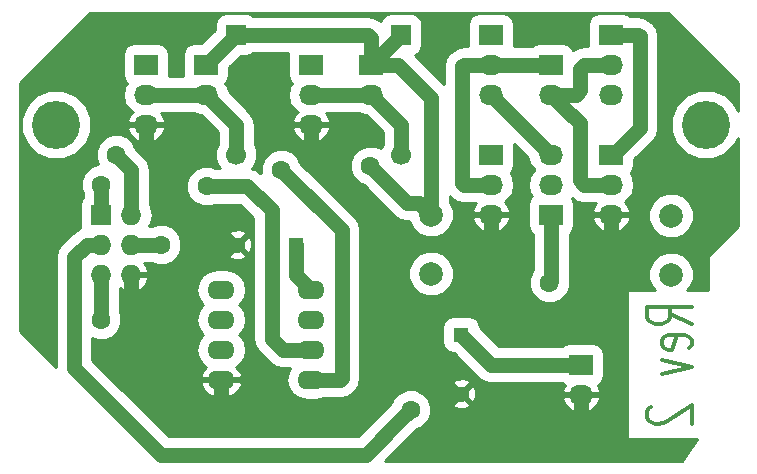
<source format=gbr>
G04 #@! TF.FileFunction,Copper,L2,Bot,Signal*
%FSLAX46Y46*%
G04 Gerber Fmt 4.6, Leading zero omitted, Abs format (unit mm)*
G04 Created by KiCad (PCBNEW (2015-12-07 BZR 6352)-product) date Sun 21 Feb 2016 10:09:47 AM EST*
%MOMM*%
G01*
G04 APERTURE LIST*
%ADD10C,0.100000*%
%ADD11C,0.300000*%
%ADD12R,2.032000X1.720000*%
%ADD13O,2.032000X1.720000*%
%ADD14R,1.727200X1.727200*%
%ADD15O,1.727200X1.727200*%
%ADD16C,1.699260*%
%ADD17R,1.699260X1.699260*%
%ADD18O,2.300000X1.600000*%
%ADD19R,2.032000X1.727200*%
%ADD20O,2.032000X1.727200*%
%ADD21C,4.064000*%
%ADD22R,1.300000X1.300000*%
%ADD23C,1.300000*%
%ADD24C,1.998980*%
%ADD25C,1.600000*%
%ADD26C,1.270000*%
%ADD27C,0.254000*%
G04 APERTURE END LIST*
D10*
D11*
X57603571Y12337143D02*
X55789286Y13183809D01*
X57603571Y13788571D02*
X53793571Y13788571D01*
X53793571Y12820952D01*
X53975000Y12579047D01*
X54156429Y12458095D01*
X54519286Y12337143D01*
X55063571Y12337143D01*
X55426429Y12458095D01*
X55607857Y12579047D01*
X55789286Y12820952D01*
X55789286Y13788571D01*
X57422143Y10280952D02*
X57603571Y10522857D01*
X57603571Y11006666D01*
X57422143Y11248571D01*
X57059286Y11369523D01*
X55607857Y11369523D01*
X55245000Y11248571D01*
X55063571Y11006666D01*
X55063571Y10522857D01*
X55245000Y10280952D01*
X55607857Y10160000D01*
X55970714Y10160000D01*
X56333571Y11369523D01*
X55063571Y9313333D02*
X57603571Y8708571D01*
X55063571Y8103809D01*
X54156429Y5321904D02*
X53975000Y5200952D01*
X53793571Y4959047D01*
X53793571Y4354285D01*
X53975000Y4112381D01*
X54156429Y3991428D01*
X54519286Y3870476D01*
X54882143Y3870476D01*
X55426429Y3991428D01*
X57603571Y5442857D01*
X57603571Y3870476D01*
D12*
X48260000Y8890000D03*
D13*
X48260000Y6350000D03*
D14*
X7620000Y21590000D03*
D15*
X10160000Y21590000D03*
X7620000Y19050000D03*
X10160000Y19050000D03*
X7620000Y16510000D03*
X10160000Y16510000D03*
D16*
X33020000Y26670000D03*
D17*
X33020000Y36830000D03*
D16*
X19050000Y26670000D03*
D17*
X19050000Y36830000D03*
D18*
X17780000Y15240000D03*
X17780000Y12700000D03*
X17780000Y10160000D03*
X17780000Y7620000D03*
X25400000Y7620000D03*
X25400000Y10160000D03*
X25400000Y12700000D03*
X25400000Y15240000D03*
D12*
X30480000Y34290000D03*
D13*
X30480000Y31750000D03*
D12*
X16510000Y34290000D03*
D13*
X16510000Y31750000D03*
D12*
X45720000Y34290000D03*
D13*
X45720000Y31750000D03*
D19*
X25400000Y34290000D03*
D20*
X25400000Y31750000D03*
X25400000Y29210000D03*
D19*
X11430000Y34290000D03*
D20*
X11430000Y31750000D03*
X11430000Y29210000D03*
D19*
X40640000Y26670000D03*
D20*
X40640000Y24130000D03*
X40640000Y21590000D03*
D21*
X3810000Y29210000D03*
X58810000Y29210000D03*
D22*
X24130000Y19050000D03*
D23*
X19130000Y19050000D03*
D22*
X38100000Y11430000D03*
D23*
X38100000Y6430000D03*
D19*
X45720000Y21590000D03*
D20*
X45720000Y24130000D03*
X45720000Y26670000D03*
D19*
X40640000Y36830000D03*
D20*
X40640000Y34290000D03*
X40640000Y31750000D03*
D19*
X50800000Y36830000D03*
D20*
X50800000Y34290000D03*
X50800000Y31750000D03*
D19*
X50800000Y26670000D03*
D20*
X50800000Y24130000D03*
X50800000Y21590000D03*
D24*
X35560000Y16588740D03*
X35560000Y21590000D03*
X55880000Y21511260D03*
X55880000Y16510000D03*
D25*
X8890000Y26670000D03*
X30421182Y25708908D03*
X16545760Y24000638D03*
X7620000Y24130000D03*
X12700000Y19050000D03*
X22860000Y25400000D03*
X7620000Y12700000D03*
X45573143Y15835545D03*
X33821017Y5066819D03*
D26*
X10160000Y21590000D02*
X10160000Y25400000D01*
X10160000Y25400000D02*
X8890000Y26670000D01*
X33540601Y22589489D02*
X30421182Y25708908D01*
X34560511Y22589489D02*
X33540601Y22589489D01*
X35560000Y21590000D02*
X34560511Y22589489D01*
X35560000Y21590000D02*
X35560000Y31496000D01*
X35560000Y31496000D02*
X32766000Y34290000D01*
X32766000Y34290000D02*
X30480000Y34290000D01*
X25750000Y15240000D02*
X25400000Y15240000D01*
X30480000Y34290000D02*
X30480000Y36576000D01*
X30480000Y36576000D02*
X30226000Y36830000D01*
X30226000Y36830000D02*
X21169630Y36830000D01*
X21169630Y36830000D02*
X19050000Y36830000D01*
X24130000Y19050000D02*
X24130000Y16510000D01*
X24130000Y16510000D02*
X25400000Y15240000D01*
X48260000Y8890000D02*
X40640000Y8890000D01*
X40640000Y8890000D02*
X38100000Y11430000D01*
X30480000Y34290000D02*
X33020000Y36830000D01*
X16510000Y34290000D02*
X19050000Y36830000D01*
X38100000Y6430000D02*
X35640000Y6430000D01*
X48260000Y6350000D02*
X48260000Y3810000D01*
X50800000Y21590000D02*
X50800000Y19050000D01*
X40640000Y21590000D02*
X40640000Y19050000D01*
X25400000Y29210000D02*
X25400000Y26670000D01*
X11430000Y29210000D02*
X11430000Y27940000D01*
X19130000Y19050000D02*
X17780000Y19050000D01*
X17780000Y7620000D02*
X17780000Y5080000D01*
X10160000Y16510000D02*
X10160000Y13970000D01*
X20010158Y24000638D02*
X16545760Y24000638D01*
X22051249Y21959547D02*
X20010158Y24000638D01*
X22051249Y11088751D02*
X22051249Y21959547D01*
X22980000Y10160000D02*
X22051249Y11088751D01*
X25400000Y10160000D02*
X22980000Y10160000D01*
X7620000Y21590000D02*
X7620000Y24130000D01*
X10160000Y19050000D02*
X12700000Y19050000D01*
X25400000Y7620000D02*
X27820000Y7620000D01*
X27820000Y7620000D02*
X27978760Y7778760D01*
X27978760Y7778760D02*
X27978760Y20281240D01*
X27978760Y20281240D02*
X22860000Y25400000D01*
X7620000Y12700000D02*
X7620000Y16510000D01*
X33020000Y26670000D02*
X33020000Y29210000D01*
X33020000Y29210000D02*
X30480000Y31750000D01*
X25400000Y31750000D02*
X30480000Y31750000D01*
X19050000Y26670000D02*
X19050000Y29210000D01*
X19050000Y29210000D02*
X16510000Y31750000D01*
X11430000Y31750000D02*
X16510000Y31750000D01*
X45720000Y15982402D02*
X45573143Y15835545D01*
X45720000Y21590000D02*
X45720000Y15982402D01*
X33021018Y4266820D02*
X33821017Y5066819D01*
X30024198Y1270000D02*
X33021018Y4266820D01*
X5327649Y17978963D02*
X5327649Y8642351D01*
X12700000Y1270000D02*
X30024198Y1270000D01*
X7620000Y19050000D02*
X6398686Y19050000D01*
X6398686Y19050000D02*
X5327649Y17978963D01*
X5327649Y8642351D02*
X12700000Y1270000D01*
X50800000Y36830000D02*
X53086000Y36830000D01*
X53086000Y36830000D02*
X53244760Y36671240D01*
X50952400Y26670000D02*
X50800000Y26670000D01*
X53244760Y36671240D02*
X53244760Y28962360D01*
X53244760Y28962360D02*
X50952400Y26670000D01*
X40640000Y34290000D02*
X38354000Y34290000D01*
X38354000Y34290000D02*
X38195249Y34131249D01*
X38195249Y34131249D02*
X38195249Y24288751D01*
X38195249Y24288751D02*
X38354000Y24130000D01*
X38354000Y24130000D02*
X40640000Y24130000D01*
X40640000Y34290000D02*
X45720000Y34290000D01*
X50800000Y24130000D02*
X48514000Y24130000D01*
X48514000Y24130000D02*
X48164760Y24479240D01*
X48164760Y24479240D02*
X48164760Y29305240D01*
X48164760Y29305240D02*
X46735999Y30734001D01*
X46735999Y30734001D02*
X45720000Y31750000D01*
X50800000Y34290000D02*
X48514000Y34290000D01*
X48514000Y34290000D02*
X48164751Y33940751D01*
X48164751Y33940751D02*
X48164751Y32130999D01*
X48164751Y32130999D02*
X47783752Y31750000D01*
X47783752Y31750000D02*
X47156840Y31750000D01*
X47156840Y31750000D02*
X45720000Y31750000D01*
X45720000Y26670000D02*
X40640000Y31750000D01*
D27*
G36*
X61520000Y32725908D02*
X61520000Y30383500D01*
X61314679Y30880414D01*
X60484782Y31711760D01*
X59399915Y32162237D01*
X58225238Y32163262D01*
X57139586Y31714679D01*
X56308240Y30884782D01*
X55857763Y29799915D01*
X55856738Y28625238D01*
X56305321Y27539586D01*
X57135218Y26708240D01*
X58220085Y26257763D01*
X59394762Y26256738D01*
X60480414Y26705321D01*
X61311760Y27535218D01*
X61520000Y28036715D01*
X61520000Y20614091D01*
X59187954Y18282046D01*
X59034046Y18051705D01*
X58980000Y17780000D01*
X58980000Y15178334D01*
X57264011Y15178334D01*
X57506951Y15420851D01*
X57799906Y16126365D01*
X57800573Y16890284D01*
X57508850Y17596308D01*
X56969149Y18136951D01*
X56263635Y18429906D01*
X55499716Y18430573D01*
X54793692Y18138850D01*
X54253049Y17599149D01*
X53960094Y16893635D01*
X53959427Y16129716D01*
X54251150Y15423692D01*
X54496080Y15178334D01*
X52128000Y15178334D01*
X52128000Y2601667D01*
X58031131Y2601667D01*
X56770019Y710000D01*
X31664360Y710000D01*
X34121099Y3166738D01*
X34121101Y3166741D01*
X34397540Y3443179D01*
X34794470Y3607188D01*
X35278947Y4090820D01*
X35541467Y4723039D01*
X35542065Y5407596D01*
X35491082Y5530984D01*
X37380590Y5530984D01*
X37436271Y5300389D01*
X37919078Y5132378D01*
X38429428Y5161917D01*
X38763729Y5300389D01*
X38819410Y5530984D01*
X38100000Y6250395D01*
X37380590Y5530984D01*
X35491082Y5530984D01*
X35280648Y6040272D01*
X34797016Y6524749D01*
X34589489Y6610922D01*
X36802378Y6610922D01*
X36831917Y6100572D01*
X36970389Y5766271D01*
X37200984Y5710590D01*
X37920395Y6430000D01*
X38279605Y6430000D01*
X38999016Y5710590D01*
X39229611Y5766271D01*
X39308001Y5991539D01*
X46652611Y5991539D01*
X46655882Y5972513D01*
X46910571Y5447077D01*
X47346949Y5059102D01*
X47898581Y4867655D01*
X48133000Y5012521D01*
X48133000Y6223000D01*
X48387000Y6223000D01*
X48387000Y5012521D01*
X48621419Y4867655D01*
X49173051Y5059102D01*
X49609429Y5447077D01*
X49864118Y5972513D01*
X49867389Y5991539D01*
X49746201Y6223000D01*
X48387000Y6223000D01*
X48133000Y6223000D01*
X46773799Y6223000D01*
X46652611Y5991539D01*
X39308001Y5991539D01*
X39397622Y6249078D01*
X39368083Y6759428D01*
X39229611Y7093729D01*
X38999016Y7149410D01*
X38279605Y6430000D01*
X37920395Y6430000D01*
X37200984Y7149410D01*
X36970389Y7093729D01*
X36802378Y6610922D01*
X34589489Y6610922D01*
X34164797Y6787269D01*
X33480240Y6787867D01*
X32847564Y6526450D01*
X32363087Y6042818D01*
X32197091Y5643056D01*
X31920939Y5366903D01*
X31920936Y5366901D01*
X29379786Y2825750D01*
X13344413Y2825750D01*
X8899202Y7270961D01*
X16038096Y7270961D01*
X16055633Y7188181D01*
X16325500Y6695104D01*
X16763517Y6342834D01*
X17303000Y6185000D01*
X17653000Y6185000D01*
X17653000Y7493000D01*
X17907000Y7493000D01*
X17907000Y6185000D01*
X18257000Y6185000D01*
X18796483Y6342834D01*
X19234500Y6695104D01*
X19504367Y7188181D01*
X19521904Y7270961D01*
X19399915Y7493000D01*
X17907000Y7493000D01*
X17653000Y7493000D01*
X16160085Y7493000D01*
X16038096Y7270961D01*
X8899202Y7270961D01*
X6883399Y9286763D01*
X6883399Y11142663D01*
X7276220Y10979550D01*
X7960777Y10978952D01*
X8593453Y11240369D01*
X9077930Y11724001D01*
X9340450Y12356220D01*
X9341048Y13040777D01*
X9175750Y13440828D01*
X9175750Y15408091D01*
X9271510Y15303179D01*
X9800973Y15055032D01*
X10033000Y15175531D01*
X10033000Y16383000D01*
X10287000Y16383000D01*
X10287000Y15175531D01*
X10519027Y15055032D01*
X10913687Y15240000D01*
X15668682Y15240000D01*
X15799666Y14581497D01*
X16172678Y14023246D01*
X16252366Y13970000D01*
X16172678Y13916754D01*
X15799666Y13358503D01*
X15668682Y12700000D01*
X15799666Y12041497D01*
X16172678Y11483246D01*
X16252366Y11430000D01*
X16172678Y11376754D01*
X15799666Y10818503D01*
X15668682Y10160000D01*
X15799666Y9501497D01*
X16172678Y8943246D01*
X16526691Y8706702D01*
X16325500Y8544896D01*
X16055633Y8051819D01*
X16038096Y7969039D01*
X16160085Y7747000D01*
X17653000Y7747000D01*
X17653000Y7767000D01*
X17907000Y7767000D01*
X17907000Y7747000D01*
X19399915Y7747000D01*
X19521904Y7969039D01*
X19504367Y8051819D01*
X19234500Y8544896D01*
X19033309Y8706702D01*
X19387322Y8943246D01*
X19760334Y9501497D01*
X19891318Y10160000D01*
X19760334Y10818503D01*
X19387322Y11376754D01*
X19307634Y11430000D01*
X19387322Y11483246D01*
X19760334Y12041497D01*
X19891318Y12700000D01*
X19760334Y13358503D01*
X19387322Y13916754D01*
X19307634Y13970000D01*
X19387322Y14023246D01*
X19760334Y14581497D01*
X19891318Y15240000D01*
X19760334Y15898503D01*
X19387322Y16456754D01*
X18829071Y16829766D01*
X18170568Y16960750D01*
X17389432Y16960750D01*
X16730929Y16829766D01*
X16172678Y16456754D01*
X15799666Y15898503D01*
X15668682Y15240000D01*
X10913687Y15240000D01*
X11048490Y15303179D01*
X11442688Y15735053D01*
X11614958Y16150974D01*
X11493817Y16383000D01*
X10287000Y16383000D01*
X10033000Y16383000D01*
X10013000Y16383000D01*
X10013000Y16637000D01*
X10033000Y16637000D01*
X10033000Y16657000D01*
X10287000Y16657000D01*
X10287000Y16637000D01*
X11493817Y16637000D01*
X11614958Y16869026D01*
X11442688Y17284947D01*
X11251644Y17494250D01*
X11959578Y17494250D01*
X12356220Y17329550D01*
X13040777Y17328952D01*
X13673453Y17590369D01*
X14157930Y18074001D01*
X14189896Y18150984D01*
X18410590Y18150984D01*
X18466271Y17920389D01*
X18949078Y17752378D01*
X19459428Y17781917D01*
X19793729Y17920389D01*
X19849410Y18150984D01*
X19130000Y18870395D01*
X18410590Y18150984D01*
X14189896Y18150984D01*
X14420450Y18706220D01*
X14420908Y19230922D01*
X17832378Y19230922D01*
X17861917Y18720572D01*
X18000389Y18386271D01*
X18230984Y18330590D01*
X18950395Y19050000D01*
X19309605Y19050000D01*
X20029016Y18330590D01*
X20259611Y18386271D01*
X20427622Y18869078D01*
X20398083Y19379428D01*
X20259611Y19713729D01*
X20029016Y19769410D01*
X19309605Y19050000D01*
X18950395Y19050000D01*
X18230984Y19769410D01*
X18000389Y19713729D01*
X17832378Y19230922D01*
X14420908Y19230922D01*
X14421048Y19390777D01*
X14190388Y19949016D01*
X18410590Y19949016D01*
X19130000Y19229605D01*
X19849410Y19949016D01*
X19793729Y20179611D01*
X19310922Y20347622D01*
X18800572Y20318083D01*
X18466271Y20179611D01*
X18410590Y19949016D01*
X14190388Y19949016D01*
X14159631Y20023453D01*
X13675999Y20507930D01*
X13043780Y20770450D01*
X12359223Y20771048D01*
X11959172Y20605750D01*
X11642086Y20605750D01*
X11843481Y20907159D01*
X11979307Y21590000D01*
X11843481Y22272841D01*
X11715750Y22464004D01*
X11715750Y25400000D01*
X11597326Y25995360D01*
X11544353Y26074640D01*
X11260081Y26500082D01*
X10513640Y27246523D01*
X10349631Y27643453D01*
X9865999Y28127930D01*
X9233780Y28390450D01*
X8549223Y28391048D01*
X7916547Y28129631D01*
X7432070Y27645999D01*
X7169550Y27013780D01*
X7168952Y26329223D01*
X7366562Y25850972D01*
X7279223Y25851048D01*
X6646547Y25589631D01*
X6162070Y25105999D01*
X5899550Y24473780D01*
X5898952Y23789223D01*
X6064250Y23389172D01*
X6064250Y23071559D01*
X5891575Y22818841D01*
X5817612Y22453600D01*
X5817612Y20726400D01*
X5860459Y20498690D01*
X5816362Y20489919D01*
X5803326Y20487326D01*
X5298605Y20150081D01*
X4227568Y19079044D01*
X3890323Y18574323D01*
X3771899Y17978963D01*
X3771899Y8662193D01*
X710000Y11724092D01*
X710000Y28625238D01*
X856738Y28625238D01*
X1305321Y27539586D01*
X2135218Y26708240D01*
X3220085Y26257763D01*
X4394762Y26256738D01*
X5480414Y26705321D01*
X6311760Y27535218D01*
X6762237Y28620085D01*
X6762438Y28850974D01*
X9822642Y28850974D01*
X9825291Y28835209D01*
X10079268Y28307964D01*
X10515680Y27918046D01*
X11068087Y27724816D01*
X11303000Y27869076D01*
X11303000Y29083000D01*
X11557000Y29083000D01*
X11557000Y27869076D01*
X11791913Y27724816D01*
X12344320Y27918046D01*
X12780732Y28307964D01*
X13034709Y28835209D01*
X13037358Y28850974D01*
X12916217Y29083000D01*
X11557000Y29083000D01*
X11303000Y29083000D01*
X9943783Y29083000D01*
X9822642Y28850974D01*
X6762438Y28850974D01*
X6763262Y29794762D01*
X6314679Y30880414D01*
X5484782Y31711760D01*
X5392691Y31750000D01*
X9455307Y31750000D01*
X9591133Y31067159D01*
X9977931Y30488274D01*
X10276834Y30288554D01*
X10079268Y30112036D01*
X9825291Y29584791D01*
X9822642Y29569026D01*
X9943783Y29337000D01*
X11303000Y29337000D01*
X11303000Y29357000D01*
X11557000Y29357000D01*
X11557000Y29337000D01*
X12916217Y29337000D01*
X13037358Y29569026D01*
X13034709Y29584791D01*
X12780732Y30112036D01*
X12688715Y30194250D01*
X15500725Y30194250D01*
X15634593Y30104802D01*
X16034603Y30025235D01*
X17494250Y28565587D01*
X17494250Y27539840D01*
X17279928Y27023695D01*
X17279313Y26319395D01*
X17548270Y25668470D01*
X17660157Y25556388D01*
X17286182Y25556388D01*
X16889540Y25721088D01*
X16204983Y25721686D01*
X15572307Y25460269D01*
X15087830Y24976637D01*
X14825310Y24344418D01*
X14824712Y23659861D01*
X15086129Y23027185D01*
X15569761Y22542708D01*
X16201980Y22280188D01*
X16886537Y22279590D01*
X17286588Y22444888D01*
X19365746Y22444888D01*
X20495499Y21315134D01*
X20495499Y11088751D01*
X20613923Y10493391D01*
X20951168Y9988670D01*
X21879918Y9059919D01*
X22384640Y8722674D01*
X22980000Y8604250D01*
X23637324Y8604250D01*
X23419666Y8278503D01*
X23288682Y7620000D01*
X23419666Y6961497D01*
X23792678Y6403246D01*
X24350929Y6030234D01*
X25009432Y5899250D01*
X25790568Y5899250D01*
X26449071Y6030234D01*
X26499979Y6064250D01*
X27820000Y6064250D01*
X28415360Y6182674D01*
X28920081Y6519919D01*
X29078842Y6678679D01*
X29416086Y7183400D01*
X29445050Y7329016D01*
X37380590Y7329016D01*
X38100000Y6609605D01*
X38819410Y7329016D01*
X38763729Y7559611D01*
X38280922Y7727622D01*
X37770572Y7698083D01*
X37436271Y7559611D01*
X37380590Y7329016D01*
X29445050Y7329016D01*
X29534510Y7778760D01*
X29534510Y12080000D01*
X36511212Y12080000D01*
X36511212Y10780000D01*
X36575415Y10438791D01*
X36777069Y10125411D01*
X37084759Y9915175D01*
X37450000Y9841212D01*
X37488626Y9841212D01*
X39539918Y7789919D01*
X39984288Y7493000D01*
X40044640Y7452674D01*
X40640000Y7334250D01*
X46631310Y7334250D01*
X46870705Y7170678D01*
X46655882Y6727487D01*
X46652611Y6708461D01*
X46773799Y6477000D01*
X48133000Y6477000D01*
X48133000Y6497000D01*
X48387000Y6497000D01*
X48387000Y6477000D01*
X49746201Y6477000D01*
X49867389Y6708461D01*
X49864118Y6727487D01*
X49647306Y7174782D01*
X49930589Y7357069D01*
X50140825Y7664759D01*
X50214788Y8030000D01*
X50214788Y9750000D01*
X50150585Y10091209D01*
X49948931Y10404589D01*
X49641241Y10614825D01*
X49276000Y10688788D01*
X47244000Y10688788D01*
X46902791Y10624585D01*
X46624873Y10445750D01*
X41284413Y10445750D01*
X39688788Y12041374D01*
X39688788Y12080000D01*
X39624585Y12421209D01*
X39422931Y12734589D01*
X39115241Y12944825D01*
X38750000Y13018788D01*
X37450000Y13018788D01*
X37108791Y12954585D01*
X36795411Y12752931D01*
X36585175Y12445241D01*
X36511212Y12080000D01*
X29534510Y12080000D01*
X29534510Y16208456D01*
X33639427Y16208456D01*
X33931150Y15502432D01*
X34470851Y14961789D01*
X35176365Y14668834D01*
X35940284Y14668167D01*
X36646308Y14959890D01*
X37186951Y15499591D01*
X37479906Y16205105D01*
X37480573Y16969024D01*
X37188850Y17675048D01*
X36649149Y18215691D01*
X35943635Y18508646D01*
X35179716Y18509313D01*
X34473692Y18217590D01*
X33933049Y17677889D01*
X33640094Y16972375D01*
X33639427Y16208456D01*
X29534510Y16208456D01*
X29534510Y20281240D01*
X29416086Y20876600D01*
X29246117Y21130976D01*
X29078842Y21381321D01*
X24483640Y25976522D01*
X24319631Y26373453D01*
X23835999Y26857930D01*
X23203780Y27120450D01*
X22519223Y27121048D01*
X21886547Y26859631D01*
X21402070Y26375999D01*
X21139550Y25743780D01*
X21138963Y25071995D01*
X21110239Y25100719D01*
X20605518Y25437964D01*
X20368853Y25485039D01*
X20549980Y25665851D01*
X20820072Y26316305D01*
X20820687Y27020605D01*
X20605750Y27540792D01*
X20605750Y28850974D01*
X23792642Y28850974D01*
X23795291Y28835209D01*
X24049268Y28307964D01*
X24485680Y27918046D01*
X25038087Y27724816D01*
X25273000Y27869076D01*
X25273000Y29083000D01*
X25527000Y29083000D01*
X25527000Y27869076D01*
X25761913Y27724816D01*
X26314320Y27918046D01*
X26750732Y28307964D01*
X27004709Y28835209D01*
X27007358Y28850974D01*
X26886217Y29083000D01*
X25527000Y29083000D01*
X25273000Y29083000D01*
X23913783Y29083000D01*
X23792642Y28850974D01*
X20605750Y28850974D01*
X20605750Y29210000D01*
X20487326Y29805360D01*
X20150081Y30310082D01*
X18428708Y32031454D01*
X18349141Y32431464D01*
X18146315Y32735014D01*
X18180589Y32757069D01*
X18390825Y33064759D01*
X18464788Y33430000D01*
X18464788Y34044626D01*
X19461745Y35041582D01*
X19899630Y35041582D01*
X20240839Y35105785D01*
X20502642Y35274250D01*
X23469644Y35274250D01*
X23445212Y35153600D01*
X23445212Y33426400D01*
X23509415Y33085191D01*
X23711069Y32771811D01*
X23763629Y32735898D01*
X23561133Y32432841D01*
X23425307Y31750000D01*
X23561133Y31067159D01*
X23947931Y30488274D01*
X24246834Y30288554D01*
X24049268Y30112036D01*
X23795291Y29584791D01*
X23792642Y29569026D01*
X23913783Y29337000D01*
X25273000Y29337000D01*
X25273000Y29357000D01*
X25527000Y29357000D01*
X25527000Y29337000D01*
X26886217Y29337000D01*
X27007358Y29569026D01*
X27004709Y29584791D01*
X26750732Y30112036D01*
X26658715Y30194250D01*
X29470725Y30194250D01*
X29604593Y30104802D01*
X30004603Y30025235D01*
X31464250Y28565587D01*
X31464250Y27539840D01*
X31322281Y27197939D01*
X30764962Y27429358D01*
X30080405Y27429956D01*
X29447729Y27168539D01*
X28963252Y26684907D01*
X28700732Y26052688D01*
X28700134Y25368131D01*
X28961551Y24735455D01*
X29445183Y24250978D01*
X29844946Y24084982D01*
X32440520Y21489407D01*
X32945241Y21152163D01*
X33540601Y21033739D01*
X33712139Y21033739D01*
X33931150Y20503692D01*
X34470851Y19963049D01*
X35176365Y19670094D01*
X35940284Y19669427D01*
X36646308Y19961150D01*
X37186951Y20500851D01*
X37479906Y21206365D01*
X37479927Y21230974D01*
X39032642Y21230974D01*
X39035291Y21215209D01*
X39289268Y20687964D01*
X39725680Y20298046D01*
X40278087Y20104816D01*
X40513000Y20249076D01*
X40513000Y21463000D01*
X40767000Y21463000D01*
X40767000Y20249076D01*
X41001913Y20104816D01*
X41554320Y20298046D01*
X41990732Y20687964D01*
X42244709Y21215209D01*
X42247358Y21230974D01*
X42126217Y21463000D01*
X40767000Y21463000D01*
X40513000Y21463000D01*
X39153783Y21463000D01*
X39032642Y21230974D01*
X37479927Y21230974D01*
X37480573Y21970284D01*
X37188850Y22676308D01*
X37115750Y22749536D01*
X37115750Y23168088D01*
X37253919Y23029918D01*
X37758640Y22692674D01*
X38354000Y22574250D01*
X39381285Y22574250D01*
X39289268Y22492036D01*
X39035291Y21964791D01*
X39032642Y21949026D01*
X39153783Y21717000D01*
X40513000Y21717000D01*
X40513000Y21737000D01*
X40767000Y21737000D01*
X40767000Y21717000D01*
X42126217Y21717000D01*
X42247358Y21949026D01*
X42244709Y21964791D01*
X41990732Y22492036D01*
X41793166Y22668554D01*
X42092069Y22868274D01*
X42478867Y23447159D01*
X42614693Y24130000D01*
X42478867Y24812841D01*
X42278449Y25112788D01*
X42310589Y25133469D01*
X42520825Y25441159D01*
X42594788Y25806400D01*
X42594788Y27533600D01*
X42580545Y27609293D01*
X43801292Y26388546D01*
X43881133Y25987159D01*
X44267931Y25408274D01*
X44280314Y25400000D01*
X44267931Y25391726D01*
X43881133Y24812841D01*
X43745307Y24130000D01*
X43881133Y23447159D01*
X44081551Y23147212D01*
X44049411Y23126531D01*
X43839175Y22818841D01*
X43765212Y22453600D01*
X43765212Y20726400D01*
X43829415Y20385191D01*
X44031069Y20071811D01*
X44164250Y19980812D01*
X44164250Y16860495D01*
X44115213Y16811544D01*
X43852693Y16179325D01*
X43852095Y15494768D01*
X44113512Y14862092D01*
X44597144Y14377615D01*
X45229363Y14115095D01*
X45913920Y14114497D01*
X46546596Y14375914D01*
X47031073Y14859546D01*
X47293593Y15491765D01*
X47294191Y16176322D01*
X47275750Y16220953D01*
X47275750Y19979572D01*
X47390589Y20053469D01*
X47600825Y20361159D01*
X47674788Y20726400D01*
X47674788Y21230974D01*
X49192642Y21230974D01*
X49195291Y21215209D01*
X49449268Y20687964D01*
X49885680Y20298046D01*
X50438087Y20104816D01*
X50673000Y20249076D01*
X50673000Y21463000D01*
X50927000Y21463000D01*
X50927000Y20249076D01*
X51161913Y20104816D01*
X51714320Y20298046D01*
X52150732Y20687964D01*
X52364133Y21130976D01*
X53959427Y21130976D01*
X54251150Y20424952D01*
X54790851Y19884309D01*
X55496365Y19591354D01*
X56260284Y19590687D01*
X56966308Y19882410D01*
X57506951Y20422111D01*
X57799906Y21127625D01*
X57800573Y21891544D01*
X57508850Y22597568D01*
X56969149Y23138211D01*
X56263635Y23431166D01*
X55499716Y23431833D01*
X54793692Y23140110D01*
X54253049Y22600409D01*
X53960094Y21894895D01*
X53959427Y21130976D01*
X52364133Y21130976D01*
X52404709Y21215209D01*
X52407358Y21230974D01*
X52286217Y21463000D01*
X50927000Y21463000D01*
X50673000Y21463000D01*
X49313783Y21463000D01*
X49192642Y21230974D01*
X47674788Y21230974D01*
X47674788Y22453600D01*
X47610585Y22794809D01*
X47493523Y22976729D01*
X47918640Y22692674D01*
X48514000Y22574250D01*
X49541285Y22574250D01*
X49449268Y22492036D01*
X49195291Y21964791D01*
X49192642Y21949026D01*
X49313783Y21717000D01*
X50673000Y21717000D01*
X50673000Y21737000D01*
X50927000Y21737000D01*
X50927000Y21717000D01*
X52286217Y21717000D01*
X52407358Y21949026D01*
X52404709Y21964791D01*
X52150732Y22492036D01*
X51953166Y22668554D01*
X52252069Y22868274D01*
X52638867Y23447159D01*
X52774693Y24130000D01*
X52638867Y24812841D01*
X52438449Y25112788D01*
X52470589Y25133469D01*
X52680825Y25441159D01*
X52754788Y25806400D01*
X52754788Y26272226D01*
X54344842Y27862279D01*
X54682086Y28367000D01*
X54800510Y28962360D01*
X54800510Y36671240D01*
X54682086Y37266600D01*
X54408479Y37676081D01*
X54344842Y37771321D01*
X54186081Y37930081D01*
X53681360Y38267326D01*
X53086000Y38385750D01*
X52433959Y38385750D01*
X52181241Y38558425D01*
X51816000Y38632388D01*
X49784000Y38632388D01*
X49442791Y38568185D01*
X49129411Y38366531D01*
X48919175Y38058841D01*
X48845212Y37693600D01*
X48845212Y35966400D01*
X48867914Y35845750D01*
X48514000Y35845750D01*
X47918640Y35727326D01*
X47596959Y35512385D01*
X47408931Y35804589D01*
X47101241Y36014825D01*
X46736000Y36088788D01*
X44704000Y36088788D01*
X44362791Y36024585D01*
X44084873Y35845750D01*
X42570356Y35845750D01*
X42594788Y35966400D01*
X42594788Y37693600D01*
X42530585Y38034809D01*
X42328931Y38348189D01*
X42021241Y38558425D01*
X41656000Y38632388D01*
X39624000Y38632388D01*
X39282791Y38568185D01*
X38969411Y38366531D01*
X38759175Y38058841D01*
X38685212Y37693600D01*
X38685212Y35966400D01*
X38707914Y35845750D01*
X38354000Y35845750D01*
X37758640Y35727326D01*
X37253919Y35390082D01*
X37095168Y35231330D01*
X36757923Y34726609D01*
X36639499Y34131249D01*
X36639499Y32616664D01*
X34159952Y35096210D01*
X34210839Y35105785D01*
X34524219Y35307439D01*
X34734455Y35615129D01*
X34808418Y35980370D01*
X34808418Y37679630D01*
X34744215Y38020839D01*
X34542561Y38334219D01*
X34234871Y38544455D01*
X33869630Y38618418D01*
X32170370Y38618418D01*
X31829161Y38554215D01*
X31515781Y38352561D01*
X31305545Y38044871D01*
X31287518Y37955848D01*
X30821360Y38267326D01*
X30226000Y38385750D01*
X20497143Y38385750D01*
X20264871Y38544455D01*
X19899630Y38618418D01*
X18200370Y38618418D01*
X17859161Y38554215D01*
X17545781Y38352561D01*
X17335545Y38044871D01*
X17261582Y37679630D01*
X17261582Y37241745D01*
X16108626Y36088788D01*
X15494000Y36088788D01*
X15152791Y36024585D01*
X14839411Y35822931D01*
X14629175Y35515241D01*
X14555212Y35150000D01*
X14555212Y33430000D01*
X14578591Y33305750D01*
X13360356Y33305750D01*
X13384788Y33426400D01*
X13384788Y35153600D01*
X13320585Y35494809D01*
X13118931Y35808189D01*
X12811241Y36018425D01*
X12446000Y36092388D01*
X10414000Y36092388D01*
X10072791Y36028185D01*
X9759411Y35826531D01*
X9549175Y35518841D01*
X9475212Y35153600D01*
X9475212Y33426400D01*
X9539415Y33085191D01*
X9741069Y32771811D01*
X9793629Y32735898D01*
X9591133Y32432841D01*
X9455307Y31750000D01*
X5392691Y31750000D01*
X4399915Y32162237D01*
X3225238Y32163262D01*
X2139586Y31714679D01*
X1308240Y30884782D01*
X857763Y29799915D01*
X856738Y28625238D01*
X710000Y28625238D01*
X710000Y32725908D01*
X6644092Y38660000D01*
X55585908Y38660000D01*
X61520000Y32725908D01*
X61520000Y32725908D01*
G37*
X61520000Y32725908D02*
X61520000Y30383500D01*
X61314679Y30880414D01*
X60484782Y31711760D01*
X59399915Y32162237D01*
X58225238Y32163262D01*
X57139586Y31714679D01*
X56308240Y30884782D01*
X55857763Y29799915D01*
X55856738Y28625238D01*
X56305321Y27539586D01*
X57135218Y26708240D01*
X58220085Y26257763D01*
X59394762Y26256738D01*
X60480414Y26705321D01*
X61311760Y27535218D01*
X61520000Y28036715D01*
X61520000Y20614091D01*
X59187954Y18282046D01*
X59034046Y18051705D01*
X58980000Y17780000D01*
X58980000Y15178334D01*
X57264011Y15178334D01*
X57506951Y15420851D01*
X57799906Y16126365D01*
X57800573Y16890284D01*
X57508850Y17596308D01*
X56969149Y18136951D01*
X56263635Y18429906D01*
X55499716Y18430573D01*
X54793692Y18138850D01*
X54253049Y17599149D01*
X53960094Y16893635D01*
X53959427Y16129716D01*
X54251150Y15423692D01*
X54496080Y15178334D01*
X52128000Y15178334D01*
X52128000Y2601667D01*
X58031131Y2601667D01*
X56770019Y710000D01*
X31664360Y710000D01*
X34121099Y3166738D01*
X34121101Y3166741D01*
X34397540Y3443179D01*
X34794470Y3607188D01*
X35278947Y4090820D01*
X35541467Y4723039D01*
X35542065Y5407596D01*
X35491082Y5530984D01*
X37380590Y5530984D01*
X37436271Y5300389D01*
X37919078Y5132378D01*
X38429428Y5161917D01*
X38763729Y5300389D01*
X38819410Y5530984D01*
X38100000Y6250395D01*
X37380590Y5530984D01*
X35491082Y5530984D01*
X35280648Y6040272D01*
X34797016Y6524749D01*
X34589489Y6610922D01*
X36802378Y6610922D01*
X36831917Y6100572D01*
X36970389Y5766271D01*
X37200984Y5710590D01*
X37920395Y6430000D01*
X38279605Y6430000D01*
X38999016Y5710590D01*
X39229611Y5766271D01*
X39308001Y5991539D01*
X46652611Y5991539D01*
X46655882Y5972513D01*
X46910571Y5447077D01*
X47346949Y5059102D01*
X47898581Y4867655D01*
X48133000Y5012521D01*
X48133000Y6223000D01*
X48387000Y6223000D01*
X48387000Y5012521D01*
X48621419Y4867655D01*
X49173051Y5059102D01*
X49609429Y5447077D01*
X49864118Y5972513D01*
X49867389Y5991539D01*
X49746201Y6223000D01*
X48387000Y6223000D01*
X48133000Y6223000D01*
X46773799Y6223000D01*
X46652611Y5991539D01*
X39308001Y5991539D01*
X39397622Y6249078D01*
X39368083Y6759428D01*
X39229611Y7093729D01*
X38999016Y7149410D01*
X38279605Y6430000D01*
X37920395Y6430000D01*
X37200984Y7149410D01*
X36970389Y7093729D01*
X36802378Y6610922D01*
X34589489Y6610922D01*
X34164797Y6787269D01*
X33480240Y6787867D01*
X32847564Y6526450D01*
X32363087Y6042818D01*
X32197091Y5643056D01*
X31920939Y5366903D01*
X31920936Y5366901D01*
X29379786Y2825750D01*
X13344413Y2825750D01*
X8899202Y7270961D01*
X16038096Y7270961D01*
X16055633Y7188181D01*
X16325500Y6695104D01*
X16763517Y6342834D01*
X17303000Y6185000D01*
X17653000Y6185000D01*
X17653000Y7493000D01*
X17907000Y7493000D01*
X17907000Y6185000D01*
X18257000Y6185000D01*
X18796483Y6342834D01*
X19234500Y6695104D01*
X19504367Y7188181D01*
X19521904Y7270961D01*
X19399915Y7493000D01*
X17907000Y7493000D01*
X17653000Y7493000D01*
X16160085Y7493000D01*
X16038096Y7270961D01*
X8899202Y7270961D01*
X6883399Y9286763D01*
X6883399Y11142663D01*
X7276220Y10979550D01*
X7960777Y10978952D01*
X8593453Y11240369D01*
X9077930Y11724001D01*
X9340450Y12356220D01*
X9341048Y13040777D01*
X9175750Y13440828D01*
X9175750Y15408091D01*
X9271510Y15303179D01*
X9800973Y15055032D01*
X10033000Y15175531D01*
X10033000Y16383000D01*
X10287000Y16383000D01*
X10287000Y15175531D01*
X10519027Y15055032D01*
X10913687Y15240000D01*
X15668682Y15240000D01*
X15799666Y14581497D01*
X16172678Y14023246D01*
X16252366Y13970000D01*
X16172678Y13916754D01*
X15799666Y13358503D01*
X15668682Y12700000D01*
X15799666Y12041497D01*
X16172678Y11483246D01*
X16252366Y11430000D01*
X16172678Y11376754D01*
X15799666Y10818503D01*
X15668682Y10160000D01*
X15799666Y9501497D01*
X16172678Y8943246D01*
X16526691Y8706702D01*
X16325500Y8544896D01*
X16055633Y8051819D01*
X16038096Y7969039D01*
X16160085Y7747000D01*
X17653000Y7747000D01*
X17653000Y7767000D01*
X17907000Y7767000D01*
X17907000Y7747000D01*
X19399915Y7747000D01*
X19521904Y7969039D01*
X19504367Y8051819D01*
X19234500Y8544896D01*
X19033309Y8706702D01*
X19387322Y8943246D01*
X19760334Y9501497D01*
X19891318Y10160000D01*
X19760334Y10818503D01*
X19387322Y11376754D01*
X19307634Y11430000D01*
X19387322Y11483246D01*
X19760334Y12041497D01*
X19891318Y12700000D01*
X19760334Y13358503D01*
X19387322Y13916754D01*
X19307634Y13970000D01*
X19387322Y14023246D01*
X19760334Y14581497D01*
X19891318Y15240000D01*
X19760334Y15898503D01*
X19387322Y16456754D01*
X18829071Y16829766D01*
X18170568Y16960750D01*
X17389432Y16960750D01*
X16730929Y16829766D01*
X16172678Y16456754D01*
X15799666Y15898503D01*
X15668682Y15240000D01*
X10913687Y15240000D01*
X11048490Y15303179D01*
X11442688Y15735053D01*
X11614958Y16150974D01*
X11493817Y16383000D01*
X10287000Y16383000D01*
X10033000Y16383000D01*
X10013000Y16383000D01*
X10013000Y16637000D01*
X10033000Y16637000D01*
X10033000Y16657000D01*
X10287000Y16657000D01*
X10287000Y16637000D01*
X11493817Y16637000D01*
X11614958Y16869026D01*
X11442688Y17284947D01*
X11251644Y17494250D01*
X11959578Y17494250D01*
X12356220Y17329550D01*
X13040777Y17328952D01*
X13673453Y17590369D01*
X14157930Y18074001D01*
X14189896Y18150984D01*
X18410590Y18150984D01*
X18466271Y17920389D01*
X18949078Y17752378D01*
X19459428Y17781917D01*
X19793729Y17920389D01*
X19849410Y18150984D01*
X19130000Y18870395D01*
X18410590Y18150984D01*
X14189896Y18150984D01*
X14420450Y18706220D01*
X14420908Y19230922D01*
X17832378Y19230922D01*
X17861917Y18720572D01*
X18000389Y18386271D01*
X18230984Y18330590D01*
X18950395Y19050000D01*
X19309605Y19050000D01*
X20029016Y18330590D01*
X20259611Y18386271D01*
X20427622Y18869078D01*
X20398083Y19379428D01*
X20259611Y19713729D01*
X20029016Y19769410D01*
X19309605Y19050000D01*
X18950395Y19050000D01*
X18230984Y19769410D01*
X18000389Y19713729D01*
X17832378Y19230922D01*
X14420908Y19230922D01*
X14421048Y19390777D01*
X14190388Y19949016D01*
X18410590Y19949016D01*
X19130000Y19229605D01*
X19849410Y19949016D01*
X19793729Y20179611D01*
X19310922Y20347622D01*
X18800572Y20318083D01*
X18466271Y20179611D01*
X18410590Y19949016D01*
X14190388Y19949016D01*
X14159631Y20023453D01*
X13675999Y20507930D01*
X13043780Y20770450D01*
X12359223Y20771048D01*
X11959172Y20605750D01*
X11642086Y20605750D01*
X11843481Y20907159D01*
X11979307Y21590000D01*
X11843481Y22272841D01*
X11715750Y22464004D01*
X11715750Y25400000D01*
X11597326Y25995360D01*
X11544353Y26074640D01*
X11260081Y26500082D01*
X10513640Y27246523D01*
X10349631Y27643453D01*
X9865999Y28127930D01*
X9233780Y28390450D01*
X8549223Y28391048D01*
X7916547Y28129631D01*
X7432070Y27645999D01*
X7169550Y27013780D01*
X7168952Y26329223D01*
X7366562Y25850972D01*
X7279223Y25851048D01*
X6646547Y25589631D01*
X6162070Y25105999D01*
X5899550Y24473780D01*
X5898952Y23789223D01*
X6064250Y23389172D01*
X6064250Y23071559D01*
X5891575Y22818841D01*
X5817612Y22453600D01*
X5817612Y20726400D01*
X5860459Y20498690D01*
X5816362Y20489919D01*
X5803326Y20487326D01*
X5298605Y20150081D01*
X4227568Y19079044D01*
X3890323Y18574323D01*
X3771899Y17978963D01*
X3771899Y8662193D01*
X710000Y11724092D01*
X710000Y28625238D01*
X856738Y28625238D01*
X1305321Y27539586D01*
X2135218Y26708240D01*
X3220085Y26257763D01*
X4394762Y26256738D01*
X5480414Y26705321D01*
X6311760Y27535218D01*
X6762237Y28620085D01*
X6762438Y28850974D01*
X9822642Y28850974D01*
X9825291Y28835209D01*
X10079268Y28307964D01*
X10515680Y27918046D01*
X11068087Y27724816D01*
X11303000Y27869076D01*
X11303000Y29083000D01*
X11557000Y29083000D01*
X11557000Y27869076D01*
X11791913Y27724816D01*
X12344320Y27918046D01*
X12780732Y28307964D01*
X13034709Y28835209D01*
X13037358Y28850974D01*
X12916217Y29083000D01*
X11557000Y29083000D01*
X11303000Y29083000D01*
X9943783Y29083000D01*
X9822642Y28850974D01*
X6762438Y28850974D01*
X6763262Y29794762D01*
X6314679Y30880414D01*
X5484782Y31711760D01*
X5392691Y31750000D01*
X9455307Y31750000D01*
X9591133Y31067159D01*
X9977931Y30488274D01*
X10276834Y30288554D01*
X10079268Y30112036D01*
X9825291Y29584791D01*
X9822642Y29569026D01*
X9943783Y29337000D01*
X11303000Y29337000D01*
X11303000Y29357000D01*
X11557000Y29357000D01*
X11557000Y29337000D01*
X12916217Y29337000D01*
X13037358Y29569026D01*
X13034709Y29584791D01*
X12780732Y30112036D01*
X12688715Y30194250D01*
X15500725Y30194250D01*
X15634593Y30104802D01*
X16034603Y30025235D01*
X17494250Y28565587D01*
X17494250Y27539840D01*
X17279928Y27023695D01*
X17279313Y26319395D01*
X17548270Y25668470D01*
X17660157Y25556388D01*
X17286182Y25556388D01*
X16889540Y25721088D01*
X16204983Y25721686D01*
X15572307Y25460269D01*
X15087830Y24976637D01*
X14825310Y24344418D01*
X14824712Y23659861D01*
X15086129Y23027185D01*
X15569761Y22542708D01*
X16201980Y22280188D01*
X16886537Y22279590D01*
X17286588Y22444888D01*
X19365746Y22444888D01*
X20495499Y21315134D01*
X20495499Y11088751D01*
X20613923Y10493391D01*
X20951168Y9988670D01*
X21879918Y9059919D01*
X22384640Y8722674D01*
X22980000Y8604250D01*
X23637324Y8604250D01*
X23419666Y8278503D01*
X23288682Y7620000D01*
X23419666Y6961497D01*
X23792678Y6403246D01*
X24350929Y6030234D01*
X25009432Y5899250D01*
X25790568Y5899250D01*
X26449071Y6030234D01*
X26499979Y6064250D01*
X27820000Y6064250D01*
X28415360Y6182674D01*
X28920081Y6519919D01*
X29078842Y6678679D01*
X29416086Y7183400D01*
X29445050Y7329016D01*
X37380590Y7329016D01*
X38100000Y6609605D01*
X38819410Y7329016D01*
X38763729Y7559611D01*
X38280922Y7727622D01*
X37770572Y7698083D01*
X37436271Y7559611D01*
X37380590Y7329016D01*
X29445050Y7329016D01*
X29534510Y7778760D01*
X29534510Y12080000D01*
X36511212Y12080000D01*
X36511212Y10780000D01*
X36575415Y10438791D01*
X36777069Y10125411D01*
X37084759Y9915175D01*
X37450000Y9841212D01*
X37488626Y9841212D01*
X39539918Y7789919D01*
X39984288Y7493000D01*
X40044640Y7452674D01*
X40640000Y7334250D01*
X46631310Y7334250D01*
X46870705Y7170678D01*
X46655882Y6727487D01*
X46652611Y6708461D01*
X46773799Y6477000D01*
X48133000Y6477000D01*
X48133000Y6497000D01*
X48387000Y6497000D01*
X48387000Y6477000D01*
X49746201Y6477000D01*
X49867389Y6708461D01*
X49864118Y6727487D01*
X49647306Y7174782D01*
X49930589Y7357069D01*
X50140825Y7664759D01*
X50214788Y8030000D01*
X50214788Y9750000D01*
X50150585Y10091209D01*
X49948931Y10404589D01*
X49641241Y10614825D01*
X49276000Y10688788D01*
X47244000Y10688788D01*
X46902791Y10624585D01*
X46624873Y10445750D01*
X41284413Y10445750D01*
X39688788Y12041374D01*
X39688788Y12080000D01*
X39624585Y12421209D01*
X39422931Y12734589D01*
X39115241Y12944825D01*
X38750000Y13018788D01*
X37450000Y13018788D01*
X37108791Y12954585D01*
X36795411Y12752931D01*
X36585175Y12445241D01*
X36511212Y12080000D01*
X29534510Y12080000D01*
X29534510Y16208456D01*
X33639427Y16208456D01*
X33931150Y15502432D01*
X34470851Y14961789D01*
X35176365Y14668834D01*
X35940284Y14668167D01*
X36646308Y14959890D01*
X37186951Y15499591D01*
X37479906Y16205105D01*
X37480573Y16969024D01*
X37188850Y17675048D01*
X36649149Y18215691D01*
X35943635Y18508646D01*
X35179716Y18509313D01*
X34473692Y18217590D01*
X33933049Y17677889D01*
X33640094Y16972375D01*
X33639427Y16208456D01*
X29534510Y16208456D01*
X29534510Y20281240D01*
X29416086Y20876600D01*
X29246117Y21130976D01*
X29078842Y21381321D01*
X24483640Y25976522D01*
X24319631Y26373453D01*
X23835999Y26857930D01*
X23203780Y27120450D01*
X22519223Y27121048D01*
X21886547Y26859631D01*
X21402070Y26375999D01*
X21139550Y25743780D01*
X21138963Y25071995D01*
X21110239Y25100719D01*
X20605518Y25437964D01*
X20368853Y25485039D01*
X20549980Y25665851D01*
X20820072Y26316305D01*
X20820687Y27020605D01*
X20605750Y27540792D01*
X20605750Y28850974D01*
X23792642Y28850974D01*
X23795291Y28835209D01*
X24049268Y28307964D01*
X24485680Y27918046D01*
X25038087Y27724816D01*
X25273000Y27869076D01*
X25273000Y29083000D01*
X25527000Y29083000D01*
X25527000Y27869076D01*
X25761913Y27724816D01*
X26314320Y27918046D01*
X26750732Y28307964D01*
X27004709Y28835209D01*
X27007358Y28850974D01*
X26886217Y29083000D01*
X25527000Y29083000D01*
X25273000Y29083000D01*
X23913783Y29083000D01*
X23792642Y28850974D01*
X20605750Y28850974D01*
X20605750Y29210000D01*
X20487326Y29805360D01*
X20150081Y30310082D01*
X18428708Y32031454D01*
X18349141Y32431464D01*
X18146315Y32735014D01*
X18180589Y32757069D01*
X18390825Y33064759D01*
X18464788Y33430000D01*
X18464788Y34044626D01*
X19461745Y35041582D01*
X19899630Y35041582D01*
X20240839Y35105785D01*
X20502642Y35274250D01*
X23469644Y35274250D01*
X23445212Y35153600D01*
X23445212Y33426400D01*
X23509415Y33085191D01*
X23711069Y32771811D01*
X23763629Y32735898D01*
X23561133Y32432841D01*
X23425307Y31750000D01*
X23561133Y31067159D01*
X23947931Y30488274D01*
X24246834Y30288554D01*
X24049268Y30112036D01*
X23795291Y29584791D01*
X23792642Y29569026D01*
X23913783Y29337000D01*
X25273000Y29337000D01*
X25273000Y29357000D01*
X25527000Y29357000D01*
X25527000Y29337000D01*
X26886217Y29337000D01*
X27007358Y29569026D01*
X27004709Y29584791D01*
X26750732Y30112036D01*
X26658715Y30194250D01*
X29470725Y30194250D01*
X29604593Y30104802D01*
X30004603Y30025235D01*
X31464250Y28565587D01*
X31464250Y27539840D01*
X31322281Y27197939D01*
X30764962Y27429358D01*
X30080405Y27429956D01*
X29447729Y27168539D01*
X28963252Y26684907D01*
X28700732Y26052688D01*
X28700134Y25368131D01*
X28961551Y24735455D01*
X29445183Y24250978D01*
X29844946Y24084982D01*
X32440520Y21489407D01*
X32945241Y21152163D01*
X33540601Y21033739D01*
X33712139Y21033739D01*
X33931150Y20503692D01*
X34470851Y19963049D01*
X35176365Y19670094D01*
X35940284Y19669427D01*
X36646308Y19961150D01*
X37186951Y20500851D01*
X37479906Y21206365D01*
X37479927Y21230974D01*
X39032642Y21230974D01*
X39035291Y21215209D01*
X39289268Y20687964D01*
X39725680Y20298046D01*
X40278087Y20104816D01*
X40513000Y20249076D01*
X40513000Y21463000D01*
X40767000Y21463000D01*
X40767000Y20249076D01*
X41001913Y20104816D01*
X41554320Y20298046D01*
X41990732Y20687964D01*
X42244709Y21215209D01*
X42247358Y21230974D01*
X42126217Y21463000D01*
X40767000Y21463000D01*
X40513000Y21463000D01*
X39153783Y21463000D01*
X39032642Y21230974D01*
X37479927Y21230974D01*
X37480573Y21970284D01*
X37188850Y22676308D01*
X37115750Y22749536D01*
X37115750Y23168088D01*
X37253919Y23029918D01*
X37758640Y22692674D01*
X38354000Y22574250D01*
X39381285Y22574250D01*
X39289268Y22492036D01*
X39035291Y21964791D01*
X39032642Y21949026D01*
X39153783Y21717000D01*
X40513000Y21717000D01*
X40513000Y21737000D01*
X40767000Y21737000D01*
X40767000Y21717000D01*
X42126217Y21717000D01*
X42247358Y21949026D01*
X42244709Y21964791D01*
X41990732Y22492036D01*
X41793166Y22668554D01*
X42092069Y22868274D01*
X42478867Y23447159D01*
X42614693Y24130000D01*
X42478867Y24812841D01*
X42278449Y25112788D01*
X42310589Y25133469D01*
X42520825Y25441159D01*
X42594788Y25806400D01*
X42594788Y27533600D01*
X42580545Y27609293D01*
X43801292Y26388546D01*
X43881133Y25987159D01*
X44267931Y25408274D01*
X44280314Y25400000D01*
X44267931Y25391726D01*
X43881133Y24812841D01*
X43745307Y24130000D01*
X43881133Y23447159D01*
X44081551Y23147212D01*
X44049411Y23126531D01*
X43839175Y22818841D01*
X43765212Y22453600D01*
X43765212Y20726400D01*
X43829415Y20385191D01*
X44031069Y20071811D01*
X44164250Y19980812D01*
X44164250Y16860495D01*
X44115213Y16811544D01*
X43852693Y16179325D01*
X43852095Y15494768D01*
X44113512Y14862092D01*
X44597144Y14377615D01*
X45229363Y14115095D01*
X45913920Y14114497D01*
X46546596Y14375914D01*
X47031073Y14859546D01*
X47293593Y15491765D01*
X47294191Y16176322D01*
X47275750Y16220953D01*
X47275750Y19979572D01*
X47390589Y20053469D01*
X47600825Y20361159D01*
X47674788Y20726400D01*
X47674788Y21230974D01*
X49192642Y21230974D01*
X49195291Y21215209D01*
X49449268Y20687964D01*
X49885680Y20298046D01*
X50438087Y20104816D01*
X50673000Y20249076D01*
X50673000Y21463000D01*
X50927000Y21463000D01*
X50927000Y20249076D01*
X51161913Y20104816D01*
X51714320Y20298046D01*
X52150732Y20687964D01*
X52364133Y21130976D01*
X53959427Y21130976D01*
X54251150Y20424952D01*
X54790851Y19884309D01*
X55496365Y19591354D01*
X56260284Y19590687D01*
X56966308Y19882410D01*
X57506951Y20422111D01*
X57799906Y21127625D01*
X57800573Y21891544D01*
X57508850Y22597568D01*
X56969149Y23138211D01*
X56263635Y23431166D01*
X55499716Y23431833D01*
X54793692Y23140110D01*
X54253049Y22600409D01*
X53960094Y21894895D01*
X53959427Y21130976D01*
X52364133Y21130976D01*
X52404709Y21215209D01*
X52407358Y21230974D01*
X52286217Y21463000D01*
X50927000Y21463000D01*
X50673000Y21463000D01*
X49313783Y21463000D01*
X49192642Y21230974D01*
X47674788Y21230974D01*
X47674788Y22453600D01*
X47610585Y22794809D01*
X47493523Y22976729D01*
X47918640Y22692674D01*
X48514000Y22574250D01*
X49541285Y22574250D01*
X49449268Y22492036D01*
X49195291Y21964791D01*
X49192642Y21949026D01*
X49313783Y21717000D01*
X50673000Y21717000D01*
X50673000Y21737000D01*
X50927000Y21737000D01*
X50927000Y21717000D01*
X52286217Y21717000D01*
X52407358Y21949026D01*
X52404709Y21964791D01*
X52150732Y22492036D01*
X51953166Y22668554D01*
X52252069Y22868274D01*
X52638867Y23447159D01*
X52774693Y24130000D01*
X52638867Y24812841D01*
X52438449Y25112788D01*
X52470589Y25133469D01*
X52680825Y25441159D01*
X52754788Y25806400D01*
X52754788Y26272226D01*
X54344842Y27862279D01*
X54682086Y28367000D01*
X54800510Y28962360D01*
X54800510Y36671240D01*
X54682086Y37266600D01*
X54408479Y37676081D01*
X54344842Y37771321D01*
X54186081Y37930081D01*
X53681360Y38267326D01*
X53086000Y38385750D01*
X52433959Y38385750D01*
X52181241Y38558425D01*
X51816000Y38632388D01*
X49784000Y38632388D01*
X49442791Y38568185D01*
X49129411Y38366531D01*
X48919175Y38058841D01*
X48845212Y37693600D01*
X48845212Y35966400D01*
X48867914Y35845750D01*
X48514000Y35845750D01*
X47918640Y35727326D01*
X47596959Y35512385D01*
X47408931Y35804589D01*
X47101241Y36014825D01*
X46736000Y36088788D01*
X44704000Y36088788D01*
X44362791Y36024585D01*
X44084873Y35845750D01*
X42570356Y35845750D01*
X42594788Y35966400D01*
X42594788Y37693600D01*
X42530585Y38034809D01*
X42328931Y38348189D01*
X42021241Y38558425D01*
X41656000Y38632388D01*
X39624000Y38632388D01*
X39282791Y38568185D01*
X38969411Y38366531D01*
X38759175Y38058841D01*
X38685212Y37693600D01*
X38685212Y35966400D01*
X38707914Y35845750D01*
X38354000Y35845750D01*
X37758640Y35727326D01*
X37253919Y35390082D01*
X37095168Y35231330D01*
X36757923Y34726609D01*
X36639499Y34131249D01*
X36639499Y32616664D01*
X34159952Y35096210D01*
X34210839Y35105785D01*
X34524219Y35307439D01*
X34734455Y35615129D01*
X34808418Y35980370D01*
X34808418Y37679630D01*
X34744215Y38020839D01*
X34542561Y38334219D01*
X34234871Y38544455D01*
X33869630Y38618418D01*
X32170370Y38618418D01*
X31829161Y38554215D01*
X31515781Y38352561D01*
X31305545Y38044871D01*
X31287518Y37955848D01*
X30821360Y38267326D01*
X30226000Y38385750D01*
X20497143Y38385750D01*
X20264871Y38544455D01*
X19899630Y38618418D01*
X18200370Y38618418D01*
X17859161Y38554215D01*
X17545781Y38352561D01*
X17335545Y38044871D01*
X17261582Y37679630D01*
X17261582Y37241745D01*
X16108626Y36088788D01*
X15494000Y36088788D01*
X15152791Y36024585D01*
X14839411Y35822931D01*
X14629175Y35515241D01*
X14555212Y35150000D01*
X14555212Y33430000D01*
X14578591Y33305750D01*
X13360356Y33305750D01*
X13384788Y33426400D01*
X13384788Y35153600D01*
X13320585Y35494809D01*
X13118931Y35808189D01*
X12811241Y36018425D01*
X12446000Y36092388D01*
X10414000Y36092388D01*
X10072791Y36028185D01*
X9759411Y35826531D01*
X9549175Y35518841D01*
X9475212Y35153600D01*
X9475212Y33426400D01*
X9539415Y33085191D01*
X9741069Y32771811D01*
X9793629Y32735898D01*
X9591133Y32432841D01*
X9455307Y31750000D01*
X5392691Y31750000D01*
X4399915Y32162237D01*
X3225238Y32163262D01*
X2139586Y31714679D01*
X1308240Y30884782D01*
X857763Y29799915D01*
X856738Y28625238D01*
X710000Y28625238D01*
X710000Y32725908D01*
X6644092Y38660000D01*
X55585908Y38660000D01*
X61520000Y32725908D01*
M02*

</source>
